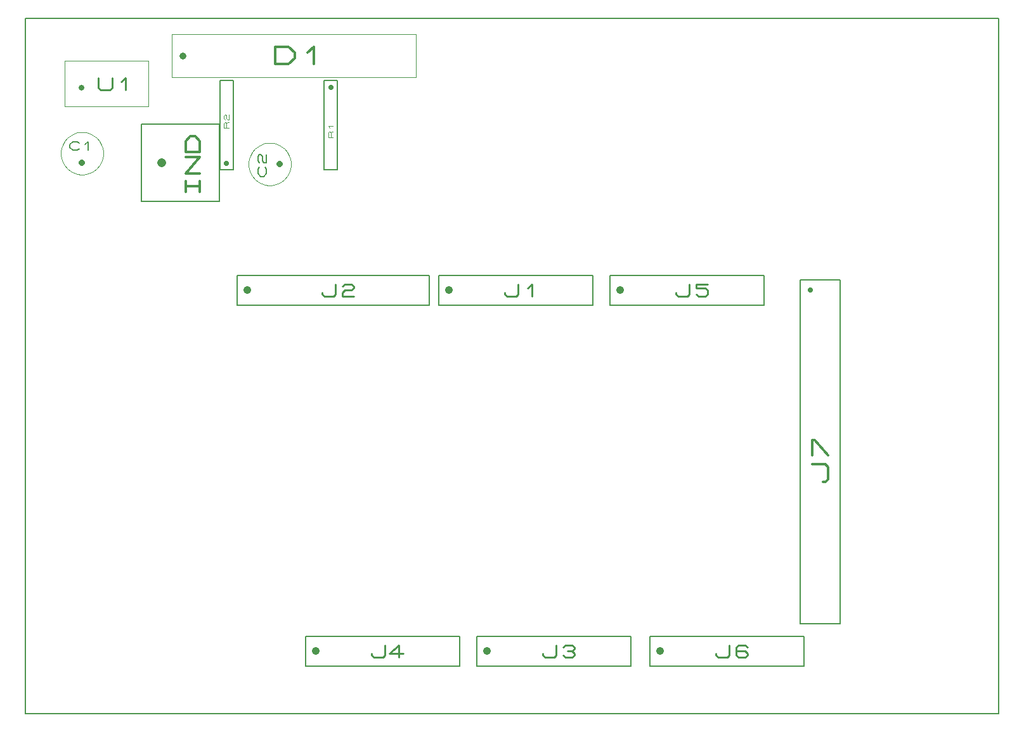
<source format=gbr>
G04 PROTEUS GERBER X2 FILE*
%TF.GenerationSoftware,Labcenter,Proteus,8.12-SP2-Build31155*%
%TF.CreationDate,2022-01-10T11:38:20+00:00*%
%TF.FileFunction,AssemblyDrawing,Top*%
%TF.FilePolarity,Positive*%
%TF.Part,Single*%
%TF.SameCoordinates,{77801cfb-34c7-4bc7-9940-2a46c461fd0e}*%
%FSLAX45Y45*%
%MOMM*%
G01*
%TA.AperFunction,Material*%
%ADD23C,0.203200*%
%ADD36C,0.711200*%
%ADD37C,0.355600*%
%ADD38C,1.016000*%
%ADD39C,0.266700*%
%TA.AperFunction,Profile*%
%ADD21C,0.203200*%
%TA.AperFunction,Material*%
%ADD24C,0.100000*%
%ADD40C,0.800000*%
%ADD41C,0.268660*%
%ADD42C,0.050800*%
%ADD43C,0.812800*%
%ADD44C,0.184240*%
%ADD45C,0.050000*%
%ADD46C,0.900000*%
%ADD47C,0.378560*%
%ADD48C,0.110230*%
%ADD49C,1.219200*%
%ADD50C,0.314280*%
%TD.AperFunction*%
D23*
X+5180840Y-2492160D02*
X+5709160Y-2492160D01*
X+5709160Y+2100160D01*
X+5180840Y+2100160D01*
X+5180840Y-2492160D01*
D36*
X+5318000Y+1963000D02*
X+5318000Y+1963000D01*
D37*
X+5480560Y-602400D02*
X+5516120Y-602400D01*
X+5551680Y-562395D01*
X+5551680Y-402375D01*
X+5516120Y-362370D01*
X+5338320Y-362370D01*
X+5338320Y-242355D02*
X+5338320Y-42330D01*
X+5373880Y-42330D01*
X+5551680Y-242355D01*
D23*
X+3174240Y-3063660D02*
X+5226560Y-3063660D01*
X+5226560Y-2662340D01*
X+3174240Y-2662340D01*
X+3174240Y-3063660D01*
D38*
X+3311400Y-2863000D02*
X+3311400Y-2863000D01*
D39*
X+4054350Y-2889670D02*
X+4054350Y-2916340D01*
X+4084353Y-2943010D01*
X+4204368Y-2943010D01*
X+4234372Y-2916340D01*
X+4234372Y-2782990D01*
X+4474402Y-2809660D02*
X+4444398Y-2782990D01*
X+4354387Y-2782990D01*
X+4324383Y-2809660D01*
X+4324383Y-2916340D01*
X+4354387Y-2943010D01*
X+4444398Y-2943010D01*
X+4474402Y-2916340D01*
X+4474402Y-2889670D01*
X+4444398Y-2863000D01*
X+4324383Y-2863000D01*
D23*
X+862840Y-3063660D02*
X+2915160Y-3063660D01*
X+2915160Y-2662340D01*
X+862840Y-2662340D01*
X+862840Y-3063660D01*
D38*
X+1000000Y-2863000D02*
X+1000000Y-2863000D01*
D39*
X+1742950Y-2889670D02*
X+1742950Y-2916340D01*
X+1772953Y-2943010D01*
X+1892968Y-2943010D01*
X+1922972Y-2916340D01*
X+1922972Y-2782990D01*
X+2012983Y-2809660D02*
X+2042987Y-2782990D01*
X+2132998Y-2782990D01*
X+2163002Y-2809660D01*
X+2163002Y-2836330D01*
X+2132998Y-2863000D01*
X+2163002Y-2889670D01*
X+2163002Y-2916340D01*
X+2132998Y-2943010D01*
X+2042987Y-2943010D01*
X+2012983Y-2916340D01*
X+2072991Y-2863000D02*
X+2132998Y-2863000D01*
D23*
X-1423160Y-3063660D02*
X+629160Y-3063660D01*
X+629160Y-2662340D01*
X-1423160Y-2662340D01*
X-1423160Y-3063660D01*
D38*
X-1286000Y-2863000D02*
X-1286000Y-2863000D01*
D39*
X-543050Y-2889670D02*
X-543050Y-2916340D01*
X-513047Y-2943010D01*
X-393032Y-2943010D01*
X-363028Y-2916340D01*
X-363028Y-2782990D01*
X-122998Y-2889670D02*
X-303020Y-2889670D01*
X-183005Y-2782990D01*
X-183005Y-2943010D01*
D23*
X+2640840Y+1762340D02*
X+4693160Y+1762340D01*
X+4693160Y+2163660D01*
X+2640840Y+2163660D01*
X+2640840Y+1762340D01*
D38*
X+2778000Y+1963000D02*
X+2778000Y+1963000D01*
D39*
X+3520950Y+1936330D02*
X+3520950Y+1909660D01*
X+3550953Y+1882990D01*
X+3670968Y+1882990D01*
X+3700972Y+1909660D01*
X+3700972Y+2043010D01*
X+3941002Y+2043010D02*
X+3790983Y+2043010D01*
X+3790983Y+1989670D01*
X+3910998Y+1989670D01*
X+3941002Y+1963000D01*
X+3941002Y+1909660D01*
X+3910998Y+1882990D01*
X+3820987Y+1882990D01*
X+3790983Y+1909660D01*
D23*
X+354840Y+1762340D02*
X+2407160Y+1762340D01*
X+2407160Y+2163660D01*
X+354840Y+2163660D01*
X+354840Y+1762340D01*
D38*
X+492000Y+1963000D02*
X+492000Y+1963000D01*
D39*
X+1234950Y+1936330D02*
X+1234950Y+1909660D01*
X+1264953Y+1882990D01*
X+1384968Y+1882990D01*
X+1414972Y+1909660D01*
X+1414972Y+2043010D01*
X+1534987Y+1989670D02*
X+1594995Y+2043010D01*
X+1594995Y+1882990D01*
D23*
X-2337560Y+1762340D02*
X+222760Y+1762340D01*
X+222760Y+2163660D01*
X-2337560Y+2163660D01*
X-2337560Y+1762340D01*
D38*
X-2200400Y+1963000D02*
X-2200400Y+1963000D01*
D39*
X-1203450Y+1936330D02*
X-1203450Y+1909660D01*
X-1173447Y+1882990D01*
X-1053432Y+1882990D01*
X-1023428Y+1909660D01*
X-1023428Y+2043010D01*
X-933417Y+2016340D02*
X-903413Y+2043010D01*
X-813402Y+2043010D01*
X-783398Y+2016340D01*
X-783398Y+1989670D01*
X-813402Y+1963000D01*
X-903413Y+1963000D01*
X-933417Y+1936330D01*
X-933417Y+1882990D01*
X-783398Y+1882990D01*
D21*
X-5170000Y-3700000D02*
X+7830000Y-3700000D01*
X+7830000Y+5600000D01*
X-5170000Y+5600000D01*
X-5170000Y-3700000D01*
D24*
X-4638000Y+4420000D02*
X-3522000Y+4420000D01*
X-3522000Y+5030000D01*
X-4638000Y+5030000D01*
X-4638000Y+4420000D01*
D40*
X-4420000Y+4680000D02*
X-4420000Y+4680000D01*
D41*
X-4190302Y+4805601D02*
X-4190302Y+4671266D01*
X-4160077Y+4644399D01*
X-4039176Y+4644399D01*
X-4008951Y+4671266D01*
X-4008951Y+4805601D01*
X-3888050Y+4751867D02*
X-3827599Y+4805601D01*
X-3827599Y+4644399D01*
D42*
X-4126020Y+3793920D02*
X-4126938Y+3816734D01*
X-4134391Y+3862363D01*
X-4149938Y+3907992D01*
X-4175180Y+3953621D01*
X-4213722Y+3999151D01*
X-4259351Y+4034647D01*
X-4304980Y+4057767D01*
X-4350609Y+4071620D01*
X-4396238Y+4077566D01*
X-4410000Y+4077900D01*
X-4693980Y+3793920D02*
X-4693062Y+3816734D01*
X-4685609Y+3862363D01*
X-4670062Y+3907992D01*
X-4644820Y+3953621D01*
X-4606278Y+3999151D01*
X-4560649Y+4034647D01*
X-4515020Y+4057767D01*
X-4469391Y+4071620D01*
X-4423762Y+4077566D01*
X-4410000Y+4077900D01*
X-4693980Y+3793920D02*
X-4693062Y+3771106D01*
X-4685609Y+3725477D01*
X-4670062Y+3679848D01*
X-4644820Y+3634219D01*
X-4606278Y+3588689D01*
X-4560649Y+3553193D01*
X-4515020Y+3530073D01*
X-4469391Y+3516220D01*
X-4423762Y+3510274D01*
X-4410000Y+3509940D01*
X-4126020Y+3793920D02*
X-4126938Y+3771106D01*
X-4134391Y+3725477D01*
X-4149938Y+3679848D01*
X-4175180Y+3634219D01*
X-4213722Y+3588689D01*
X-4259351Y+3553193D01*
X-4304980Y+3530073D01*
X-4350609Y+3516220D01*
X-4396238Y+3510274D01*
X-4410000Y+3509940D01*
D43*
X-4410000Y+3666000D02*
X-4410000Y+3666000D01*
D44*
X-4451454Y+3856692D02*
X-4472181Y+3838268D01*
X-4534362Y+3838268D01*
X-4575816Y+3875116D01*
X-4575816Y+3911964D01*
X-4534362Y+3948812D01*
X-4472181Y+3948812D01*
X-4451454Y+3930388D01*
X-4368546Y+3911964D02*
X-4327092Y+3948812D01*
X-4327092Y+3838268D01*
D45*
X-3208000Y+4811000D02*
X+48000Y+4811000D01*
X+48000Y+5389000D01*
X-3208000Y+5389000D01*
X-3208000Y+4811000D01*
D46*
X-3070000Y+5100000D02*
X-3070000Y+5100000D01*
D47*
X-1827958Y+4986431D02*
X-1827958Y+5213570D01*
X-1657604Y+5213570D01*
X-1572427Y+5137857D01*
X-1572427Y+5062144D01*
X-1657604Y+4986431D01*
X-1827958Y+4986431D01*
X-1402073Y+5137857D02*
X-1316896Y+5213570D01*
X-1316896Y+4986431D01*
D42*
X-1619940Y+3650000D02*
X-1620858Y+3672814D01*
X-1628311Y+3718443D01*
X-1643858Y+3764072D01*
X-1669100Y+3809701D01*
X-1707642Y+3855231D01*
X-1753271Y+3890727D01*
X-1798900Y+3913847D01*
X-1844529Y+3927700D01*
X-1890158Y+3933646D01*
X-1903920Y+3933980D01*
X-2187900Y+3650000D02*
X-2186982Y+3672814D01*
X-2179529Y+3718443D01*
X-2163982Y+3764072D01*
X-2138740Y+3809701D01*
X-2100198Y+3855231D01*
X-2054569Y+3890727D01*
X-2008940Y+3913847D01*
X-1963311Y+3927700D01*
X-1917682Y+3933646D01*
X-1903920Y+3933980D01*
X-2187900Y+3650000D02*
X-2186982Y+3627186D01*
X-2179529Y+3581557D01*
X-2163982Y+3535928D01*
X-2138740Y+3490299D01*
X-2100198Y+3444769D01*
X-2054569Y+3409273D01*
X-2008940Y+3386153D01*
X-1963311Y+3372300D01*
X-1917682Y+3366354D01*
X-1903920Y+3366020D01*
X-1619940Y+3650000D02*
X-1620858Y+3627186D01*
X-1628311Y+3581557D01*
X-1643858Y+3535928D01*
X-1669100Y+3490299D01*
X-1707642Y+3444769D01*
X-1753271Y+3409273D01*
X-1798900Y+3386153D01*
X-1844529Y+3372300D01*
X-1890158Y+3366354D01*
X-1903920Y+3366020D01*
D43*
X-1776000Y+3650000D02*
X-1776000Y+3650000D01*
D44*
X-1966692Y+3608546D02*
X-1948268Y+3587819D01*
X-1948268Y+3525638D01*
X-1985116Y+3484184D01*
X-2021964Y+3484184D01*
X-2058812Y+3525638D01*
X-2058812Y+3587819D01*
X-2040388Y+3608546D01*
X-2040388Y+3670727D02*
X-2058812Y+3691454D01*
X-2058812Y+3753635D01*
X-2040388Y+3774362D01*
X-2021964Y+3774362D01*
X-2003540Y+3753635D01*
X-2003540Y+3691454D01*
X-1985116Y+3670727D01*
X-1948268Y+3670727D01*
X-1948268Y+3774362D01*
D23*
X-2568900Y+3575100D02*
X-2391100Y+3575100D01*
X-2391100Y+4768900D01*
X-2568900Y+4768900D01*
X-2568900Y+3575100D01*
D36*
X-2480000Y+3664000D02*
X-2480000Y+3664000D01*
D48*
X-2446929Y+4135018D02*
X-2513070Y+4135018D01*
X-2513070Y+4197025D01*
X-2502047Y+4209427D01*
X-2491023Y+4209427D01*
X-2480000Y+4197025D01*
X-2480000Y+4135018D01*
X-2480000Y+4197025D02*
X-2468976Y+4209427D01*
X-2446929Y+4209427D01*
X-2502047Y+4246631D02*
X-2513070Y+4259033D01*
X-2513070Y+4296237D01*
X-2502047Y+4308639D01*
X-2491023Y+4308639D01*
X-2480000Y+4296237D01*
X-2480000Y+4259033D01*
X-2468976Y+4246631D01*
X-2446929Y+4246631D01*
X-2446929Y+4308639D01*
D23*
X-1178900Y+3575100D02*
X-1001100Y+3575100D01*
X-1001100Y+4768900D01*
X-1178900Y+4768900D01*
X-1178900Y+3575100D01*
D36*
X-1090000Y+4680000D02*
X-1090000Y+4680000D01*
D48*
X-1056929Y+4010558D02*
X-1123070Y+4010558D01*
X-1123070Y+4072565D01*
X-1112047Y+4084967D01*
X-1101023Y+4084967D01*
X-1090000Y+4072565D01*
X-1090000Y+4010558D01*
X-1090000Y+4072565D02*
X-1078976Y+4084967D01*
X-1056929Y+4084967D01*
X-1101023Y+4134573D02*
X-1123070Y+4159376D01*
X-1056929Y+4159376D01*
D23*
X-3614160Y+3151840D02*
X-2577840Y+3151840D01*
X-2577840Y+4188160D01*
X-3614160Y+4188160D01*
X-3614160Y+3151840D01*
D49*
X-3350000Y+3670000D02*
X-3350000Y+3670000D01*
D50*
X-3027724Y+3281077D02*
X-3027724Y+3422504D01*
X-3027724Y+3351790D02*
X-2839155Y+3351790D01*
X-2839155Y+3281077D02*
X-2839155Y+3422504D01*
X-2839155Y+3528574D02*
X-3027724Y+3528574D01*
X-2839155Y+3740713D01*
X-3027724Y+3740713D01*
X-2839155Y+3811427D02*
X-3027724Y+3811427D01*
X-3027724Y+3952853D01*
X-2964868Y+4023566D01*
X-2902011Y+4023566D01*
X-2839155Y+3952853D01*
X-2839155Y+3811427D01*
M02*

</source>
